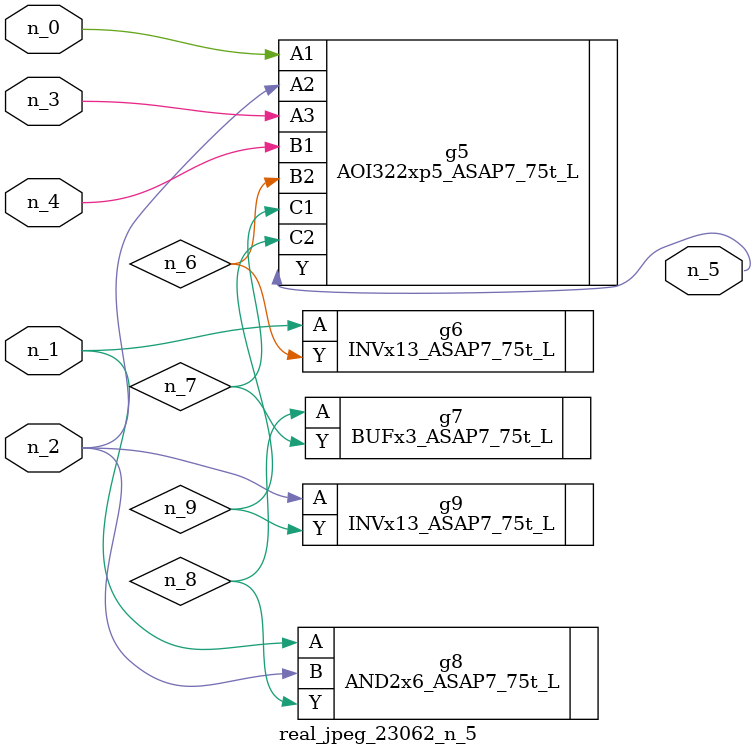
<source format=v>
module real_jpeg_23062_n_5 (n_4, n_0, n_1, n_2, n_3, n_5);

input n_4;
input n_0;
input n_1;
input n_2;
input n_3;

output n_5;

wire n_8;
wire n_6;
wire n_7;
wire n_9;

AOI322xp5_ASAP7_75t_L g5 ( 
.A1(n_0),
.A2(n_2),
.A3(n_3),
.B1(n_4),
.B2(n_6),
.C1(n_7),
.C2(n_9),
.Y(n_5)
);

INVx13_ASAP7_75t_L g6 ( 
.A(n_1),
.Y(n_6)
);

AND2x6_ASAP7_75t_L g8 ( 
.A(n_1),
.B(n_2),
.Y(n_8)
);

INVx13_ASAP7_75t_L g9 ( 
.A(n_2),
.Y(n_9)
);

BUFx3_ASAP7_75t_L g7 ( 
.A(n_8),
.Y(n_7)
);


endmodule
</source>
